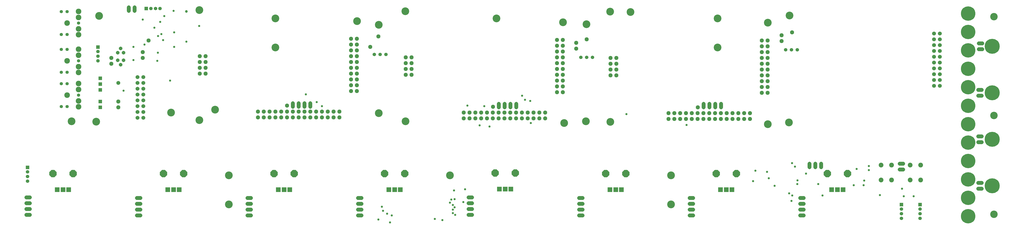
<source format=gbr>
G04 EAGLE Gerber RS-274X export*
G75*
%MOMM*%
%FSLAX34Y34*%
%LPD*%
%INSoldermask Bottom*%
%IPPOS*%
%AMOC8*
5,1,8,0,0,1.08239X$1,22.5*%
G01*
%ADD10C,3.378200*%
%ADD11C,3.251200*%
%ADD12P,1.869504X8X112.500000*%
%ADD13P,1.869504X8X22.500000*%
%ADD14R,1.511200X1.511200*%
%ADD15P,1.649562X8X202.500000*%
%ADD16P,1.649562X8X22.500000*%
%ADD17C,1.727200*%
%ADD18C,1.511200*%
%ADD19P,1.869504X8X202.500000*%
%ADD20C,1.711200*%
%ADD21R,2.082800X2.082800*%
%ADD22P,3.467112X8X292.500000*%
%ADD23C,1.403200*%
%ADD24C,2.438400*%
%ADD25C,2.082800*%
%ADD26C,1.703200*%
%ADD27C,0.959600*%
%ADD28C,1.159600*%
%ADD29C,6.299200*%
%ADD30C,6.553200*%


D10*
X824230Y943610D03*
X1512570Y895350D03*
X824230Y462280D03*
X1723390Y938530D03*
X2411730Y890270D03*
X1723898Y456946D03*
X2617470Y936244D03*
X3305556Y887984D03*
X2618232Y454406D03*
X1155700Y779780D03*
X3086100Y779780D03*
X386080Y918210D03*
X3305810Y444500D03*
X2706370Y934720D03*
X892810Y508000D03*
X2416810Y449580D03*
X373380Y455930D03*
X2511552Y456946D03*
X3398012Y451866D03*
X3400552Y919226D03*
X2514092Y881126D03*
X1607312Y878586D03*
X266192Y456946D03*
X1607312Y492506D03*
X700532Y495046D03*
X3086100Y906780D03*
X2120900Y906780D03*
X1155700Y906780D03*
X952500Y220980D03*
X952500Y93980D03*
X1917700Y220980D03*
X2882900Y220980D03*
X2882900Y93980D03*
D11*
X4292600Y914400D03*
X4292600Y50800D03*
X4292600Y482600D03*
D12*
X850900Y665480D03*
X825500Y665480D03*
X850900Y690880D03*
X825500Y690880D03*
X850900Y716280D03*
X825500Y716280D03*
X850900Y741680D03*
X825500Y741680D03*
X1750060Y660400D03*
X1724660Y660400D03*
X1750060Y685800D03*
X1724660Y685800D03*
X1750060Y711200D03*
X1724660Y711200D03*
X1750060Y736600D03*
X1724660Y736600D03*
X2644140Y657860D03*
X2618740Y657860D03*
X2644140Y683260D03*
X2618740Y683260D03*
X2644140Y708660D03*
X2618740Y708660D03*
X2644140Y734060D03*
X2618740Y734060D03*
X1511300Y589280D03*
X1485900Y589280D03*
X1511300Y614680D03*
X1485900Y614680D03*
X1511300Y640080D03*
X1485900Y640080D03*
X1511300Y665480D03*
X1485900Y665480D03*
X1511300Y690880D03*
X1485900Y690880D03*
X1511300Y716280D03*
X1485900Y716280D03*
X1511300Y741680D03*
X1485900Y741680D03*
X1511300Y767080D03*
X1485900Y767080D03*
X1511300Y792480D03*
X1485900Y792480D03*
X1511300Y817880D03*
X1485900Y817880D03*
X2410460Y584200D03*
X2385060Y584200D03*
X2410460Y609600D03*
X2385060Y609600D03*
X2410460Y635000D03*
X2385060Y635000D03*
X2410460Y660400D03*
X2385060Y660400D03*
X2410460Y685800D03*
X2385060Y685800D03*
X2410460Y711200D03*
X2385060Y711200D03*
X2410460Y736600D03*
X2385060Y736600D03*
X2410460Y762000D03*
X2385060Y762000D03*
X2410460Y787400D03*
X2385060Y787400D03*
X2410460Y812800D03*
X2385060Y812800D03*
X3304540Y581660D03*
X3279140Y581660D03*
X3304540Y607060D03*
X3279140Y607060D03*
X3304540Y632460D03*
X3279140Y632460D03*
X3304540Y657860D03*
X3279140Y657860D03*
X3304540Y683260D03*
X3279140Y683260D03*
X3304540Y708660D03*
X3279140Y708660D03*
X3304540Y734060D03*
X3279140Y734060D03*
X3304540Y759460D03*
X3279140Y759460D03*
X3304540Y784860D03*
X3279140Y784860D03*
X3304540Y810260D03*
X3279140Y810260D03*
D13*
X1079246Y474472D03*
X1079246Y499872D03*
X1104646Y474472D03*
X1104646Y499872D03*
X1130046Y474472D03*
X1130046Y499872D03*
X1155446Y474472D03*
X1155446Y499872D03*
X1180846Y474472D03*
X1180846Y499872D03*
X1206246Y474472D03*
X1206246Y499872D03*
X1231646Y474472D03*
X1231646Y499872D03*
X1257046Y474472D03*
X1257046Y499872D03*
X1282446Y474472D03*
X1282446Y499872D03*
X1307846Y474472D03*
X1307846Y499872D03*
X1333246Y474472D03*
X1333246Y499872D03*
X1358646Y474472D03*
X1358646Y499872D03*
X1384046Y474472D03*
X1384046Y499872D03*
X1409446Y474472D03*
X1409446Y499872D03*
X1434846Y474472D03*
X1434846Y499872D03*
X1978152Y469646D03*
X1978152Y495046D03*
X2003552Y469646D03*
X2003552Y495046D03*
X2028952Y469646D03*
X2028952Y495046D03*
X2054352Y469646D03*
X2054352Y495046D03*
X2079752Y469646D03*
X2079752Y495046D03*
X2105152Y469646D03*
X2105152Y495046D03*
X2130552Y469646D03*
X2130552Y495046D03*
X2155952Y469646D03*
X2155952Y495046D03*
X2181352Y469646D03*
X2181352Y495046D03*
X2206752Y469646D03*
X2206752Y495046D03*
X2232152Y469646D03*
X2232152Y495046D03*
X2257552Y469646D03*
X2257552Y495046D03*
X2282952Y469646D03*
X2282952Y495046D03*
X2308352Y469646D03*
X2308352Y495046D03*
X2333752Y469646D03*
X2333752Y495046D03*
X2871978Y467106D03*
X2871978Y492506D03*
X2897378Y467106D03*
X2897378Y492506D03*
X2922778Y467106D03*
X2922778Y492506D03*
X2948178Y467106D03*
X2948178Y492506D03*
X2973578Y467106D03*
X2973578Y492506D03*
X2998978Y467106D03*
X2998978Y492506D03*
X3024378Y467106D03*
X3024378Y492506D03*
X3049778Y467106D03*
X3049778Y492506D03*
X3075178Y467106D03*
X3075178Y492506D03*
X3100578Y467106D03*
X3100578Y492506D03*
X3125978Y467106D03*
X3125978Y492506D03*
X3151378Y467106D03*
X3151378Y492506D03*
X3176778Y467106D03*
X3176778Y492506D03*
X3202178Y467106D03*
X3202178Y492506D03*
X3227578Y467106D03*
X3227578Y492506D03*
D14*
X391160Y518160D03*
X391160Y543560D03*
X391160Y594360D03*
X391160Y619760D03*
X391160Y645160D03*
D15*
X492760Y723900D03*
X480060Y704850D03*
X467360Y723900D03*
D16*
X467360Y756920D03*
X480060Y775970D03*
X492760Y756920D03*
D17*
X515620Y939800D02*
X515620Y955040D01*
X541020Y955040D02*
X541020Y939800D01*
D18*
X1638300Y749300D03*
X1612900Y749300D03*
X1587500Y749300D03*
D13*
X1569720Y782320D03*
D19*
X1605280Y828040D03*
X469900Y518160D03*
X469900Y543560D03*
D14*
X592300Y949960D03*
D18*
X612300Y949960D03*
X632300Y949960D03*
X652300Y949960D03*
D20*
X579120Y472440D03*
X553720Y472440D03*
X579120Y497840D03*
X553720Y497840D03*
X579120Y523240D03*
X553720Y523240D03*
X579120Y548640D03*
X553720Y548640D03*
X579120Y574040D03*
X553720Y574040D03*
X579120Y599440D03*
X553720Y599440D03*
X579120Y624840D03*
X553720Y624840D03*
X579120Y650240D03*
X553720Y650240D03*
D17*
X1308100Y535940D02*
X1308100Y520700D01*
X1282700Y520700D02*
X1282700Y535940D01*
X1257300Y535940D02*
X1257300Y520700D01*
X1231900Y520700D02*
X1231900Y535940D01*
X2207260Y533400D02*
X2207260Y518160D01*
X2181860Y518160D02*
X2181860Y533400D01*
X2156460Y533400D02*
X2156460Y518160D01*
X2131060Y518160D02*
X2131060Y533400D01*
X3101340Y533400D02*
X3101340Y518160D01*
X3075940Y518160D02*
X3075940Y533400D01*
X3050540Y533400D02*
X3050540Y518160D01*
X3025140Y518160D02*
X3025140Y533400D01*
D13*
X1206500Y525780D03*
X2105660Y520700D03*
X2999740Y518160D03*
X576580Y734060D03*
D19*
X576580Y759460D03*
X439420Y708660D03*
X439420Y734060D03*
D17*
X83820Y48260D02*
X68580Y48260D01*
X68580Y73660D02*
X83820Y73660D01*
X83820Y99060D02*
X68580Y99060D01*
X68580Y124460D02*
X83820Y124460D01*
X551180Y45720D02*
X566420Y45720D01*
X566420Y71120D02*
X551180Y71120D01*
X551180Y96520D02*
X566420Y96520D01*
X566420Y121920D02*
X551180Y121920D01*
X1033780Y45720D02*
X1049020Y45720D01*
X1049020Y71120D02*
X1033780Y71120D01*
X1033780Y96520D02*
X1049020Y96520D01*
X1049020Y121920D02*
X1033780Y121920D01*
X1516380Y45720D02*
X1531620Y45720D01*
X1531620Y71120D02*
X1516380Y71120D01*
X1516380Y96520D02*
X1531620Y96520D01*
X1531620Y121920D02*
X1516380Y121920D01*
X1998980Y48260D02*
X2014220Y48260D01*
X2014220Y73660D02*
X1998980Y73660D01*
X1998980Y99060D02*
X2014220Y99060D01*
X2014220Y124460D02*
X1998980Y124460D01*
X2481580Y45720D02*
X2496820Y45720D01*
X2496820Y71120D02*
X2481580Y71120D01*
X2481580Y96520D02*
X2496820Y96520D01*
X2496820Y121920D02*
X2481580Y121920D01*
X2964180Y45720D02*
X2979420Y45720D01*
X2979420Y71120D02*
X2964180Y71120D01*
X2964180Y96520D02*
X2979420Y96520D01*
X2979420Y121920D02*
X2964180Y121920D01*
X3446780Y45720D02*
X3462020Y45720D01*
X3462020Y71120D02*
X3446780Y71120D01*
X3446780Y96520D02*
X3462020Y96520D01*
X3462020Y121920D02*
X3446780Y121920D01*
D21*
X203600Y158600D03*
X228600Y158600D03*
X253600Y158600D03*
D22*
X184600Y228600D03*
X272600Y228600D03*
D21*
X686200Y158600D03*
X711200Y158600D03*
X736200Y158600D03*
D22*
X667200Y228600D03*
X755200Y228600D03*
D21*
X1168800Y158600D03*
X1193800Y158600D03*
X1218800Y158600D03*
D22*
X1149800Y228600D03*
X1237800Y228600D03*
D21*
X1651400Y158600D03*
X1676400Y158600D03*
X1701400Y158600D03*
D22*
X1632400Y228600D03*
X1720400Y228600D03*
D21*
X2134000Y161140D03*
X2159000Y161140D03*
X2184000Y161140D03*
D22*
X2115000Y231140D03*
X2203000Y231140D03*
D21*
X2616600Y158600D03*
X2641600Y158600D03*
X2666600Y158600D03*
D22*
X2597600Y228600D03*
X2685600Y228600D03*
D21*
X3099200Y158600D03*
X3124200Y158600D03*
X3149200Y158600D03*
D22*
X3080200Y228600D03*
X3168200Y228600D03*
D21*
X3584340Y158600D03*
X3609340Y158600D03*
X3634340Y158600D03*
D22*
X3565340Y228600D03*
X3653340Y228600D03*
D14*
X3970020Y93500D03*
D18*
X3970020Y73500D03*
X3970020Y53500D03*
X3970020Y33500D03*
D14*
X381000Y781840D03*
D18*
X381000Y761840D03*
X381000Y741840D03*
X381000Y721840D03*
D20*
X4030980Y840740D03*
X4056380Y840740D03*
X4030980Y815340D03*
X4056380Y815340D03*
X4030980Y789940D03*
X4056380Y789940D03*
X4030980Y764540D03*
X4056380Y764540D03*
X4030980Y739140D03*
X4056380Y739140D03*
X4030980Y713740D03*
X4056380Y713740D03*
X4030980Y688340D03*
X4056380Y688340D03*
X4030980Y662940D03*
X4056380Y662940D03*
X4030980Y637540D03*
X4056380Y637540D03*
X4030980Y612140D03*
X4056380Y612140D03*
D17*
X4226560Y797560D02*
X4241800Y797560D01*
X4241800Y772160D02*
X4226560Y772160D01*
X4224020Y594360D02*
X4239260Y594360D01*
X4239260Y568960D02*
X4224020Y568960D01*
X4224020Y187960D02*
X4239260Y187960D01*
X4239260Y162560D02*
X4224020Y162560D01*
X4224020Y391160D02*
X4239260Y391160D01*
X4239260Y365760D02*
X4224020Y365760D01*
D23*
X246380Y771360D03*
X221380Y771360D03*
X221380Y671360D03*
X246380Y671360D03*
X296380Y721360D03*
D24*
X246380Y721360D03*
X296380Y772360D03*
X296380Y670360D03*
X296380Y696360D03*
X296380Y746360D03*
D23*
X246380Y621500D03*
X221380Y621500D03*
X221380Y521500D03*
X246380Y521500D03*
X296380Y571500D03*
D24*
X246380Y571500D03*
X296380Y622500D03*
X296380Y520500D03*
X296380Y546500D03*
X296380Y596500D03*
D23*
X246380Y936460D03*
X221380Y936460D03*
X221380Y836460D03*
X246380Y836460D03*
X296380Y886460D03*
D24*
X246380Y886460D03*
X296380Y937460D03*
X296380Y835460D03*
X296380Y861460D03*
X296380Y911460D03*
D18*
X2540000Y736600D03*
X2514600Y736600D03*
X2489200Y736600D03*
D13*
X2468880Y774700D03*
X2514600Y815340D03*
D18*
X3434080Y769620D03*
X3408680Y769620D03*
X3383280Y769620D03*
D13*
X3365500Y807720D03*
X3411220Y845820D03*
X3365500Y833120D03*
X2468880Y800100D03*
D25*
X3927094Y201168D03*
X3927094Y266192D03*
X3972306Y201168D03*
X3972306Y266192D03*
X3800094Y201168D03*
X3800094Y266192D03*
X3845306Y201168D03*
X3845306Y266192D03*
D14*
X73660Y256060D03*
D18*
X73660Y236060D03*
X73660Y216060D03*
X73660Y196060D03*
D14*
X3888740Y93500D03*
D18*
X3888740Y73500D03*
X3888740Y53500D03*
X3888740Y33500D03*
D17*
X3881120Y246380D02*
X3896360Y246380D01*
X3896360Y271780D02*
X3881120Y271780D01*
X3487420Y271780D02*
X3487420Y256540D01*
X3512820Y256540D02*
X3512820Y271780D01*
X3538220Y271780D02*
X3538220Y256540D01*
D13*
X601980Y810260D03*
D26*
X469900Y624840D03*
D27*
X576580Y901700D03*
X665480Y811812D03*
X657860Y838200D03*
X535940Y782320D03*
X535940Y724888D03*
X652780Y891540D03*
X642620Y756920D03*
X2047240Y439420D03*
X2067560Y523240D03*
X1289050Y575310D03*
X2950436Y441134D03*
X2688590Y488950D03*
X2270760Y449580D03*
X1993900Y525780D03*
X2245360Y551180D03*
X2232660Y568960D03*
X1336040Y541020D03*
X2090420Y434340D03*
X1358900Y523240D03*
X2268220Y546100D03*
X696214Y635508D03*
X492760Y591058D03*
X670560Y916940D03*
X640080Y721360D03*
X711200Y939800D03*
D28*
X767080Y937260D03*
D27*
X3241040Y195580D03*
X3435350Y199390D03*
X3746500Y243840D03*
X3680460Y177800D03*
X3302000Y236220D03*
X3335020Y175260D03*
X3309620Y208280D03*
X3251200Y241300D03*
X3472180Y228600D03*
X3411220Y274320D03*
X3525520Y182880D03*
X3434080Y182880D03*
X3746500Y261620D03*
X3693160Y248920D03*
X1917700Y101600D03*
X1884680Y25400D03*
X1983740Y160020D03*
X3898900Y129540D03*
X3723640Y177800D03*
X3942080Y129540D03*
X1976120Y104140D03*
X1935480Y154940D03*
X1851660Y30480D03*
X3726180Y198120D03*
X3544570Y133350D03*
X3408680Y109220D03*
X1938020Y116840D03*
X1605280Y27940D03*
X3398520Y142240D03*
X1924050Y115570D03*
X1656080Y15240D03*
X3412490Y133350D03*
X627380Y866140D03*
X822960Y873760D03*
X713740Y782320D03*
X584200Y792480D03*
X643890Y829536D03*
D29*
X4179888Y928196D03*
X4179888Y847640D03*
X4179888Y767084D03*
X4179888Y686529D03*
X4179888Y605973D03*
X4179888Y525418D03*
X4179888Y444862D03*
X4179888Y364307D03*
X4179888Y283751D03*
X4179888Y203196D03*
X4179888Y122640D03*
X4179888Y42084D03*
D30*
X4284980Y784860D03*
X4284980Y581660D03*
X4284980Y378460D03*
X4284980Y175260D03*
D27*
X767080Y805180D03*
X713740Y845820D03*
X1625600Y66040D03*
X1663700Y45720D03*
X1620520Y83820D03*
X1643380Y53340D03*
X1930400Y91440D03*
X1930400Y71120D03*
X1940560Y48260D03*
X1938020Y81280D03*
X1930400Y55880D03*
X3794760Y134620D03*
X3891280Y162560D03*
X3423920Y259080D03*
M02*

</source>
